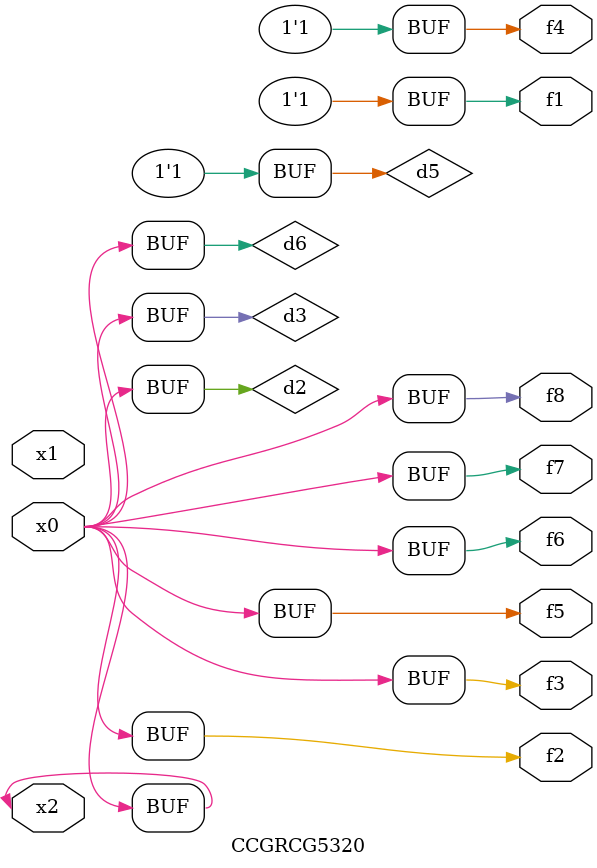
<source format=v>
module CCGRCG5320(
	input x0, x1, x2,
	output f1, f2, f3, f4, f5, f6, f7, f8
);

	wire d1, d2, d3, d4, d5, d6;

	xnor (d1, x2);
	buf (d2, x0, x2);
	and (d3, x0);
	xnor (d4, x1, x2);
	nand (d5, d1, d3);
	buf (d6, d2, d3);
	assign f1 = d5;
	assign f2 = d6;
	assign f3 = d6;
	assign f4 = d5;
	assign f5 = d6;
	assign f6 = d6;
	assign f7 = d6;
	assign f8 = d6;
endmodule

</source>
